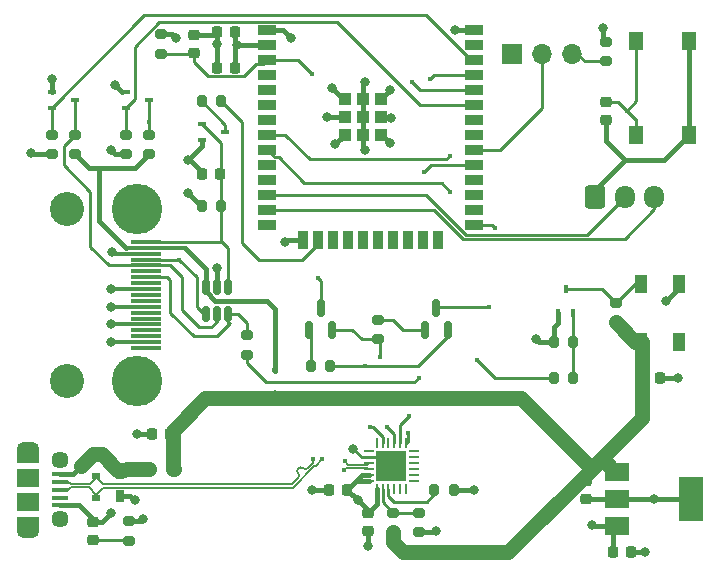
<source format=gbr>
%TF.GenerationSoftware,KiCad,Pcbnew,7.0.2*%
%TF.CreationDate,2023-05-30T18:58:33-07:00*%
%TF.ProjectId,TvMux,54764d75-782e-46b6-9963-61645f706362,rev?*%
%TF.SameCoordinates,Original*%
%TF.FileFunction,Copper,L1,Top*%
%TF.FilePolarity,Positive*%
%FSLAX46Y46*%
G04 Gerber Fmt 4.6, Leading zero omitted, Abs format (unit mm)*
G04 Created by KiCad (PCBNEW 7.0.2) date 2023-05-30 18:58:33*
%MOMM*%
%LPD*%
G01*
G04 APERTURE LIST*
G04 Aperture macros list*
%AMRoundRect*
0 Rectangle with rounded corners*
0 $1 Rounding radius*
0 $2 $3 $4 $5 $6 $7 $8 $9 X,Y pos of 4 corners*
0 Add a 4 corners polygon primitive as box body*
4,1,4,$2,$3,$4,$5,$6,$7,$8,$9,$2,$3,0*
0 Add four circle primitives for the rounded corners*
1,1,$1+$1,$2,$3*
1,1,$1+$1,$4,$5*
1,1,$1+$1,$6,$7*
1,1,$1+$1,$8,$9*
0 Add four rect primitives between the rounded corners*
20,1,$1+$1,$2,$3,$4,$5,0*
20,1,$1+$1,$4,$5,$6,$7,0*
20,1,$1+$1,$6,$7,$8,$9,0*
20,1,$1+$1,$8,$9,$2,$3,0*%
G04 Aperture macros list end*
%TA.AperFunction,SMDPad,CuDef*%
%ADD10R,0.700000X1.000000*%
%TD*%
%TA.AperFunction,SMDPad,CuDef*%
%ADD11R,0.700000X0.600000*%
%TD*%
%TA.AperFunction,SMDPad,CuDef*%
%ADD12RoundRect,0.150000X0.150000X-0.587500X0.150000X0.587500X-0.150000X0.587500X-0.150000X-0.587500X0*%
%TD*%
%TA.AperFunction,SMDPad,CuDef*%
%ADD13RoundRect,0.200000X0.275000X-0.200000X0.275000X0.200000X-0.275000X0.200000X-0.275000X-0.200000X0*%
%TD*%
%TA.AperFunction,SMDPad,CuDef*%
%ADD14R,1.500000X0.900000*%
%TD*%
%TA.AperFunction,SMDPad,CuDef*%
%ADD15R,0.900000X1.500000*%
%TD*%
%TA.AperFunction,SMDPad,CuDef*%
%ADD16R,1.050000X1.050000*%
%TD*%
%TA.AperFunction,SMDPad,CuDef*%
%ADD17RoundRect,0.200000X-0.275000X0.200000X-0.275000X-0.200000X0.275000X-0.200000X0.275000X0.200000X0*%
%TD*%
%TA.AperFunction,SMDPad,CuDef*%
%ADD18RoundRect,0.225000X0.225000X0.250000X-0.225000X0.250000X-0.225000X-0.250000X0.225000X-0.250000X0*%
%TD*%
%TA.AperFunction,SMDPad,CuDef*%
%ADD19RoundRect,0.150000X-0.150000X0.512500X-0.150000X-0.512500X0.150000X-0.512500X0.150000X0.512500X0*%
%TD*%
%TA.AperFunction,SMDPad,CuDef*%
%ADD20R,2.600000X0.300000*%
%TD*%
%TA.AperFunction,ComponentPad*%
%ADD21C,4.275000*%
%TD*%
%TA.AperFunction,ComponentPad*%
%ADD22C,2.880000*%
%TD*%
%TA.AperFunction,SMDPad,CuDef*%
%ADD23R,1.000000X1.500000*%
%TD*%
%TA.AperFunction,SMDPad,CuDef*%
%ADD24RoundRect,0.225000X0.250000X-0.225000X0.250000X0.225000X-0.250000X0.225000X-0.250000X-0.225000X0*%
%TD*%
%TA.AperFunction,SMDPad,CuDef*%
%ADD25RoundRect,0.200000X0.200000X0.275000X-0.200000X0.275000X-0.200000X-0.275000X0.200000X-0.275000X0*%
%TD*%
%TA.AperFunction,SMDPad,CuDef*%
%ADD26RoundRect,0.225000X-0.250000X0.225000X-0.250000X-0.225000X0.250000X-0.225000X0.250000X0.225000X0*%
%TD*%
%TA.AperFunction,SMDPad,CuDef*%
%ADD27R,0.700000X0.450000*%
%TD*%
%TA.AperFunction,SMDPad,CuDef*%
%ADD28RoundRect,0.200000X-0.200000X-0.275000X0.200000X-0.275000X0.200000X0.275000X-0.200000X0.275000X0*%
%TD*%
%TA.AperFunction,SMDPad,CuDef*%
%ADD29RoundRect,0.112500X0.187500X0.112500X-0.187500X0.112500X-0.187500X-0.112500X0.187500X-0.112500X0*%
%TD*%
%TA.AperFunction,ComponentPad*%
%ADD30R,1.700000X1.700000*%
%TD*%
%TA.AperFunction,ComponentPad*%
%ADD31O,1.700000X1.700000*%
%TD*%
%TA.AperFunction,SMDPad,CuDef*%
%ADD32RoundRect,0.062500X-0.350000X-0.062500X0.350000X-0.062500X0.350000X0.062500X-0.350000X0.062500X0*%
%TD*%
%TA.AperFunction,SMDPad,CuDef*%
%ADD33RoundRect,0.062500X-0.062500X-0.350000X0.062500X-0.350000X0.062500X0.350000X-0.062500X0.350000X0*%
%TD*%
%TA.AperFunction,SMDPad,CuDef*%
%ADD34R,2.600000X2.600000*%
%TD*%
%TA.AperFunction,SMDPad,CuDef*%
%ADD35RoundRect,0.225000X-0.225000X-0.250000X0.225000X-0.250000X0.225000X0.250000X-0.225000X0.250000X0*%
%TD*%
%TA.AperFunction,ComponentPad*%
%ADD36RoundRect,0.250000X-0.600000X-0.725000X0.600000X-0.725000X0.600000X0.725000X-0.600000X0.725000X0*%
%TD*%
%TA.AperFunction,ComponentPad*%
%ADD37O,1.700000X1.950000*%
%TD*%
%TA.AperFunction,SMDPad,CuDef*%
%ADD38R,2.000000X1.500000*%
%TD*%
%TA.AperFunction,SMDPad,CuDef*%
%ADD39R,2.000000X3.800000*%
%TD*%
%TA.AperFunction,SMDPad,CuDef*%
%ADD40R,1.350000X0.400000*%
%TD*%
%TA.AperFunction,ComponentPad*%
%ADD41O,1.900000X1.200000*%
%TD*%
%TA.AperFunction,SMDPad,CuDef*%
%ADD42R,1.900000X1.200000*%
%TD*%
%TA.AperFunction,ComponentPad*%
%ADD43C,1.450000*%
%TD*%
%TA.AperFunction,SMDPad,CuDef*%
%ADD44R,1.900000X1.500000*%
%TD*%
%TA.AperFunction,SMDPad,CuDef*%
%ADD45R,0.450000X0.700000*%
%TD*%
%TA.AperFunction,SMDPad,CuDef*%
%ADD46R,1.300000X1.550000*%
%TD*%
%TA.AperFunction,SMDPad,CuDef*%
%ADD47RoundRect,0.112500X-0.112500X0.187500X-0.112500X-0.187500X0.112500X-0.187500X0.112500X0.187500X0*%
%TD*%
%TA.AperFunction,SMDPad,CuDef*%
%ADD48RoundRect,0.218750X-0.256250X0.218750X-0.256250X-0.218750X0.256250X-0.218750X0.256250X0.218750X0*%
%TD*%
%TA.AperFunction,ViaPad*%
%ADD49C,0.800000*%
%TD*%
%TA.AperFunction,ViaPad*%
%ADD50C,0.450000*%
%TD*%
%TA.AperFunction,Conductor*%
%ADD51C,0.175006*%
%TD*%
%TA.AperFunction,Conductor*%
%ADD52C,0.400000*%
%TD*%
%TA.AperFunction,Conductor*%
%ADD53C,0.300000*%
%TD*%
%TA.AperFunction,Conductor*%
%ADD54C,0.250000*%
%TD*%
%TA.AperFunction,Conductor*%
%ADD55C,1.270000*%
%TD*%
G04 APERTURE END LIST*
D10*
%TO.P,D4,1,A*%
%TO.N,GND*%
X124250000Y-102000000D03*
D11*
%TO.P,D4,2,K*%
%TO.N,USB_VBUS*%
X124250000Y-100300000D03*
%TO.P,D4,3,K*%
%TO.N,USB_N*%
X122250000Y-100300000D03*
%TO.P,D4,4,K*%
%TO.N,USB_P*%
X122250000Y-102200000D03*
%TD*%
D12*
%TO.P,Q5,1,B*%
%TO.N,Net-(Q5-B)*%
X140300000Y-87937500D03*
%TO.P,Q5,2,E*%
%TO.N,Net-(Q5-E)*%
X142200000Y-87937500D03*
%TO.P,Q5,3,C*%
%TO.N,CHIP_PU*%
X141250000Y-86062500D03*
%TD*%
D13*
%TO.P,R10,1*%
%TO.N,Net-(Q5-E)*%
X146150000Y-88762500D03*
%TO.P,R10,2*%
%TO.N,Net-(Q6-B)*%
X146150000Y-87112500D03*
%TD*%
D14*
%TO.P,U1,1,GND*%
%TO.N,GND*%
X136750000Y-62590000D03*
%TO.P,U1,2,3V3*%
%TO.N,3V3*%
X136750000Y-63860000D03*
%TO.P,U1,3,EN/CHIP_PU*%
%TO.N,CHIP_PU*%
X136750000Y-65130000D03*
%TO.P,U1,4,SENSOR_VP/GPIO36/ADC1_CH0*%
%TO.N,unconnected-(U1-SENSOR_VP{slash}GPIO36{slash}ADC1_CH0-Pad4)*%
X136750000Y-66400000D03*
%TO.P,U1,5,SENSOR_VN/GPIO39/ADC1_CH3*%
%TO.N,unconnected-(U1-SENSOR_VN{slash}GPIO39{slash}ADC1_CH3-Pad5)*%
X136750000Y-67670000D03*
%TO.P,U1,6,GPIO34/ADC1_CH6*%
%TO.N,unconnected-(U1-GPIO34{slash}ADC1_CH6-Pad6)*%
X136750000Y-68940000D03*
%TO.P,U1,7,GPIO35/ADC1_CH7*%
%TO.N,unconnected-(U1-GPIO35{slash}ADC1_CH7-Pad7)*%
X136750000Y-70210000D03*
%TO.P,U1,8,32K_XP/GPIO32/ADC1_CH4*%
%TO.N,WII_PAIR*%
X136750000Y-71480000D03*
%TO.P,U1,9,32K_XN/GPIO33/ADC1_CH5*%
%TO.N,RGB*%
X136750000Y-72750000D03*
%TO.P,U1,10,DAC_1/ADC2_CH8/GPIO25*%
%TO.N,unconnected-(U1-DAC_1{slash}ADC2_CH8{slash}GPIO25-Pad10)*%
X136750000Y-74020000D03*
%TO.P,U1,11,DAC_2/ADC2_CH9/GPIO26*%
%TO.N,unconnected-(U1-DAC_2{slash}ADC2_CH9{slash}GPIO26-Pad11)*%
X136750000Y-75290000D03*
%TO.P,U1,12,ADC2_CH7/GPIO27*%
%TO.N,WII_RX*%
X136750000Y-76560000D03*
%TO.P,U1,13,MTMS/GPIO14/ADC2_CH6*%
%TO.N,WII_TX*%
X136750000Y-77830000D03*
%TO.P,U1,14,MTDI/GPIO12/ADC2_CH5*%
%TO.N,unconnected-(U1-MTDI{slash}GPIO12{slash}ADC2_CH5-Pad14)*%
X136750000Y-79100000D03*
D15*
%TO.P,U1,15,GND*%
%TO.N,GND*%
X139780000Y-80350000D03*
%TO.P,U1,16,MTCK/GPIO13/ADC2_CH4*%
%TO.N,HOT_PLUG_DETECT*%
X141050000Y-80350000D03*
%TO.P,U1,17,NC*%
%TO.N,unconnected-(U1-NC-Pad17)*%
X142320000Y-80350000D03*
%TO.P,U1,18,NC*%
%TO.N,unconnected-(U1-NC-Pad18)*%
X143590000Y-80350000D03*
%TO.P,U1,19,NC*%
%TO.N,unconnected-(U1-NC-Pad19)*%
X144860000Y-80350000D03*
%TO.P,U1,20,NC*%
%TO.N,unconnected-(U1-NC-Pad20)*%
X146130000Y-80350000D03*
%TO.P,U1,21,NC*%
%TO.N,unconnected-(U1-NC-Pad21)*%
X147400000Y-80350000D03*
%TO.P,U1,22,NC*%
%TO.N,unconnected-(U1-NC-Pad22)*%
X148670000Y-80350000D03*
%TO.P,U1,23,MTDO/GPIO15/ADC2_CH3*%
%TO.N,unconnected-(U1-MTDO{slash}GPIO15{slash}ADC2_CH3-Pad23)*%
X149940000Y-80350000D03*
%TO.P,U1,24,ADC2_CH2/GPIO2*%
%TO.N,unconnected-(U1-ADC2_CH2{slash}GPIO2-Pad24)*%
X151210000Y-80350000D03*
D14*
%TO.P,U1,25,GPIO0/BOOT/ADC2_CH1*%
%TO.N,BOOT*%
X154250000Y-79100000D03*
%TO.P,U1,26,ADC2_CH0/GPIO4*%
%TO.N,unconnected-(U1-ADC2_CH0{slash}GPIO4-Pad26)*%
X154250000Y-77830000D03*
%TO.P,U1,27,GPIO16*%
%TO.N,unconnected-(U1-GPIO16-Pad27)*%
X154250000Y-76560000D03*
%TO.P,U1,28,GPIO17*%
%TO.N,unconnected-(U1-GPIO17-Pad28)*%
X154250000Y-75290000D03*
%TO.P,U1,29,GPIO5*%
%TO.N,Net-(U1-GPIO5)*%
X154250000Y-74020000D03*
%TO.P,U1,30,GPIO18*%
%TO.N,Net-(J1-Pin_2)*%
X154250000Y-72750000D03*
%TO.P,U1,31,GPIO19*%
%TO.N,unconnected-(U1-GPIO19-Pad31)*%
X154250000Y-71480000D03*
%TO.P,U1,32,NC*%
%TO.N,unconnected-(U1-NC-Pad32)*%
X154250000Y-70210000D03*
%TO.P,U1,33,GPIO21*%
%TO.N,DDC_SDA*%
X154250000Y-68940000D03*
%TO.P,U1,34,U0RXD/GPIO3*%
%TO.N,U0_RXD*%
X154250000Y-67670000D03*
%TO.P,U1,35,U0TXD/GPIO1*%
%TO.N,U0_TXD*%
X154250000Y-66400000D03*
%TO.P,U1,36,GPIO22*%
%TO.N,DDC_SCL*%
X154250000Y-65130000D03*
%TO.P,U1,37,GPIO23*%
%TO.N,unconnected-(U1-GPIO23-Pad37)*%
X154250000Y-63860000D03*
%TO.P,U1,38,GND*%
%TO.N,GND*%
X154250000Y-62590000D03*
D16*
%TO.P,U1,39,GND_THERMAL*%
X143295000Y-68405000D03*
X143295000Y-69930000D03*
X143295000Y-71455000D03*
X144820000Y-68405000D03*
X144820000Y-69930000D03*
X144820000Y-71455000D03*
X146345000Y-68405000D03*
X146345000Y-69930000D03*
X146345000Y-71455000D03*
%TD*%
D17*
%TO.P,R1,1*%
%TO.N,3V3*%
X127750000Y-62925000D03*
%TO.P,R1,2*%
%TO.N,CHIP_PU*%
X127750000Y-64575000D03*
%TD*%
D18*
%TO.P,C2,1*%
%TO.N,3V3*%
X134025000Y-62750000D03*
%TO.P,C2,2*%
%TO.N,GND*%
X132475000Y-62750000D03*
%TD*%
D19*
%TO.P,D1,1,K*%
%TO.N,HDMI_HOT_PLUG_DETECT*%
X133450000Y-84362500D03*
%TO.P,D1,2,A*%
%TO.N,GND*%
X132500000Y-84362500D03*
%TO.P,D1,3,K*%
%TO.N,HDMI_5V*%
X131550000Y-84362500D03*
%TO.P,D1,4,K*%
%TO.N,HDMI_DDC_SDA*%
X131550000Y-86637500D03*
%TO.P,D1,5,K*%
%TO.N,HDMI_DDC_SCL*%
X132500000Y-86637500D03*
%TO.P,D1,6,K*%
%TO.N,HDMI_CEC*%
X133450000Y-86637500D03*
%TD*%
D20*
%TO.P,J3,1,D2+*%
%TO.N,unconnected-(J3-D2+-Pad1)*%
X126485000Y-89500000D03*
%TO.P,J3,2,D2S*%
%TO.N,GND*%
X126485000Y-89000000D03*
%TO.P,J3,3,D2-*%
%TO.N,unconnected-(J3-D2--Pad3)*%
X126485000Y-88500000D03*
%TO.P,J3,4,D1+*%
%TO.N,unconnected-(J3-D1+-Pad4)*%
X126485000Y-88000000D03*
%TO.P,J3,5,D1S*%
%TO.N,GND*%
X126485000Y-87500000D03*
%TO.P,J3,6,D1-*%
%TO.N,unconnected-(J3-D1--Pad6)*%
X126485000Y-87000000D03*
%TO.P,J3,7,D0+*%
%TO.N,unconnected-(J3-D0+-Pad7)*%
X126485000Y-86500000D03*
%TO.P,J3,8,D0S*%
%TO.N,GND*%
X126485000Y-86000000D03*
%TO.P,J3,9,D0-*%
%TO.N,unconnected-(J3-D0--Pad9)*%
X126485000Y-85500000D03*
%TO.P,J3,10,CK+*%
%TO.N,unconnected-(J3-CK+-Pad10)*%
X126485000Y-85000000D03*
%TO.P,J3,11,CKS*%
%TO.N,GND*%
X126485000Y-84500000D03*
%TO.P,J3,12,CK-*%
%TO.N,unconnected-(J3-CK--Pad12)*%
X126485000Y-84000000D03*
%TO.P,J3,13,CEC*%
%TO.N,HDMI_CEC*%
X126485000Y-83500000D03*
%TO.P,J3,14,UTILITY*%
%TO.N,unconnected-(J3-UTILITY-Pad14)*%
X126485000Y-83000000D03*
%TO.P,J3,15,SCL*%
%TO.N,HDMI_DDC_SCL*%
X126485000Y-82500000D03*
%TO.P,J3,16,SDA*%
%TO.N,HDMI_DDC_SDA*%
X126485000Y-82000000D03*
%TO.P,J3,17,GND*%
%TO.N,GND*%
X126485000Y-81500000D03*
%TO.P,J3,18,+5V*%
%TO.N,HDMI_5V*%
X126485000Y-81000000D03*
%TO.P,J3,19,HPD*%
%TO.N,HDMI_HOT_PLUG_DETECT*%
X126485000Y-80500000D03*
D21*
%TO.P,J3,MH1*%
%TO.N,N/C*%
X125725000Y-77750000D03*
%TO.P,J3,MH2*%
X125725000Y-92250000D03*
D22*
%TO.P,J3,MH3*%
X119765000Y-77750000D03*
%TO.P,J3,MH4*%
X119765000Y-92250000D03*
%TD*%
D18*
%TO.P,C3,1*%
%TO.N,3V3*%
X134025000Y-65750000D03*
%TO.P,C3,2*%
%TO.N,GND*%
X132475000Y-65750000D03*
%TD*%
D23*
%TO.P,D2,1,VSS*%
%TO.N,GND*%
X171600000Y-84050000D03*
%TO.P,D2,2,DIN*%
%TO.N,Net-(D2-DIN)*%
X168400000Y-84050000D03*
%TO.P,D2,3,VDD*%
%TO.N,VBUS*%
X168400000Y-88950000D03*
%TO.P,D2,4,DOUT*%
%TO.N,unconnected-(D2-DOUT-Pad4)*%
X171600000Y-88950000D03*
%TD*%
D24*
%TO.P,C1,1*%
%TO.N,CHIP_PU*%
X130500000Y-64525000D03*
%TO.P,C1,2*%
%TO.N,GND*%
X130500000Y-62975000D03*
%TD*%
%TO.P,C8,1*%
%TO.N,GND*%
X163750000Y-102275000D03*
%TO.P,C8,2*%
%TO.N,VBUS*%
X163750000Y-100725000D03*
%TD*%
D17*
%TO.P,R7,1*%
%TO.N,HDMI_DDC_SDA*%
X126750000Y-71425000D03*
%TO.P,R7,2*%
%TO.N,HDMI_5V*%
X126750000Y-73075000D03*
%TD*%
D18*
%TO.P,C6,1*%
%TO.N,GND*%
X170000000Y-92000000D03*
%TO.P,C6,2*%
%TO.N,VBUS*%
X168450000Y-92000000D03*
%TD*%
D17*
%TO.P,R2,1*%
%TO.N,3V3*%
X165400000Y-63575000D03*
%TO.P,R2,2*%
%TO.N,Net-(J1-Pin_3)*%
X165400000Y-65225000D03*
%TD*%
D25*
%TO.P,R3,1*%
%TO.N,HOT_PLUG_DETECT*%
X132825000Y-68600000D03*
%TO.P,R3,2*%
%TO.N,Net-(Q3-D)*%
X131175000Y-68600000D03*
%TD*%
D26*
%TO.P,C4,1*%
%TO.N,WII_PAIR*%
X165400000Y-68625000D03*
%TO.P,C4,2*%
%TO.N,GND*%
X165400000Y-70175000D03*
%TD*%
D27*
%TO.P,Q2,1,G*%
%TO.N,3V3*%
X124750000Y-67850000D03*
%TO.P,Q2,2,S*%
%TO.N,DDC_SDA*%
X124750000Y-69150000D03*
%TO.P,Q2,3,D*%
%TO.N,HDMI_DDC_SDA*%
X126750000Y-68500000D03*
%TD*%
D13*
%TO.P,R18,1*%
%TO.N,Net-(D6-A)*%
X125000000Y-105825000D03*
%TO.P,R18,2*%
%TO.N,3V3*%
X125000000Y-104175000D03*
%TD*%
D25*
%TO.P,R11,1*%
%TO.N,Net-(Q4-S)*%
X162650000Y-89000000D03*
%TO.P,R11,2*%
%TO.N,3V3*%
X161000000Y-89000000D03*
%TD*%
D28*
%TO.P,R13,1*%
%TO.N,RGB*%
X161000000Y-92000000D03*
%TO.P,R13,2*%
%TO.N,Net-(Q4-S)*%
X162650000Y-92000000D03*
%TD*%
D29*
%TO.P,D5,1,K*%
%TO.N,VBUS*%
X128800000Y-99750000D03*
%TO.P,D5,2,A*%
%TO.N,USB_VBUS*%
X126700000Y-99750000D03*
%TD*%
D27*
%TO.P,Q1,1,G*%
%TO.N,3V3*%
X118500000Y-67850000D03*
%TO.P,Q1,2,S*%
%TO.N,DDC_SCL*%
X118500000Y-69150000D03*
%TO.P,Q1,3,D*%
%TO.N,HDMI_DDC_SCL*%
X120500000Y-68500000D03*
%TD*%
D30*
%TO.P,J1,1,Pin_1*%
%TO.N,GND*%
X157460000Y-64600000D03*
D31*
%TO.P,J1,2,Pin_2*%
%TO.N,Net-(J1-Pin_2)*%
X160000000Y-64600000D03*
%TO.P,J1,3,Pin_3*%
%TO.N,Net-(J1-Pin_3)*%
X162540000Y-64600000D03*
%TD*%
D32*
%TO.P,U2,1,~{RI}/CLK*%
%TO.N,unconnected-(U2-~{RI}{slash}CLK-Pad1)*%
X145312500Y-98250000D03*
%TO.P,U2,2,GND*%
%TO.N,GND*%
X145312500Y-98750000D03*
%TO.P,U2,3,D+*%
%TO.N,USB_P*%
X145312500Y-99250000D03*
%TO.P,U2,4,D-*%
%TO.N,USB_N*%
X145312500Y-99750000D03*
%TO.P,U2,5,VIO*%
%TO.N,3V3*%
X145312500Y-100250000D03*
%TO.P,U2,6,VDD*%
X145312500Y-100750000D03*
D33*
%TO.P,U2,7,VREGIN*%
X146000000Y-101437500D03*
%TO.P,U2,8,VBUS*%
%TO.N,Net-(U2-VBUS)*%
X146500000Y-101437500D03*
%TO.P,U2,9,~{RST}*%
%TO.N,Net-(U2-~{RST})*%
X147000000Y-101437500D03*
%TO.P,U2,10,NC*%
%TO.N,unconnected-(U2-NC-Pad10)*%
X147500000Y-101437500D03*
%TO.P,U2,11,~{WAKEUP}/GPIO.3*%
%TO.N,unconnected-(U2-~{WAKEUP}{slash}GPIO.3-Pad11)*%
X148000000Y-101437500D03*
%TO.P,U2,12,RS485/GPIO.2*%
%TO.N,unconnected-(U2-RS485{slash}GPIO.2-Pad12)*%
X148500000Y-101437500D03*
D32*
%TO.P,U2,13,~{RXT}/GPIO.1*%
%TO.N,unconnected-(U2-~{RXT}{slash}GPIO.1-Pad13)*%
X149187500Y-100750000D03*
%TO.P,U2,14,~{TXT}/GPIO.0*%
%TO.N,unconnected-(U2-~{TXT}{slash}GPIO.0-Pad14)*%
X149187500Y-100250000D03*
%TO.P,U2,15,~{SUSPEND}*%
%TO.N,unconnected-(U2-~{SUSPEND}-Pad15)*%
X149187500Y-99750000D03*
%TO.P,U2,16,NC*%
%TO.N,unconnected-(U2-NC-Pad16)*%
X149187500Y-99250000D03*
%TO.P,U2,17,SUSPEND*%
%TO.N,unconnected-(U2-SUSPEND-Pad17)*%
X149187500Y-98750000D03*
%TO.P,U2,18,~{CTS}*%
%TO.N,unconnected-(U2-~{CTS}-Pad18)*%
X149187500Y-98250000D03*
D33*
%TO.P,U2,19,~{RTS}*%
%TO.N,Net-(Q5-E)*%
X148500000Y-97562500D03*
%TO.P,U2,20,RXD*%
%TO.N,U0_TXD*%
X148000000Y-97562500D03*
%TO.P,U2,21,TXD*%
%TO.N,U0_RXD*%
X147500000Y-97562500D03*
%TO.P,U2,22,~{DSR}*%
%TO.N,unconnected-(U2-~{DSR}-Pad22)*%
X147000000Y-97562500D03*
%TO.P,U2,23,~{DTR}*%
%TO.N,Net-(Q6-E)*%
X146500000Y-97562500D03*
%TO.P,U2,24,~{DCD}*%
%TO.N,unconnected-(U2-~{DCD}-Pad24)*%
X146000000Y-97562500D03*
D34*
%TO.P,U2,25,GND*%
%TO.N,GND*%
X147250000Y-99500000D03*
%TD*%
D18*
%TO.P,C11,1*%
%TO.N,GND*%
X167525000Y-106750000D03*
%TO.P,C11,2*%
%TO.N,3V3*%
X165975000Y-106750000D03*
%TD*%
%TO.P,C7,1*%
%TO.N,VBUS*%
X128525000Y-96750000D03*
%TO.P,C7,2*%
%TO.N,GND*%
X126975000Y-96750000D03*
%TD*%
D17*
%TO.P,R5,1*%
%TO.N,HDMI_DDC_SCL*%
X120500000Y-71425000D03*
%TO.P,R5,2*%
%TO.N,HDMI_5V*%
X120500000Y-73075000D03*
%TD*%
D35*
%TO.P,C5,1*%
%TO.N,GND*%
X131225000Y-74800000D03*
%TO.P,C5,2*%
%TO.N,HDMI_HOT_PLUG_DETECT*%
X132775000Y-74800000D03*
%TD*%
D36*
%TO.P,J2,1,Pin_1*%
%TO.N,GND*%
X164500000Y-76725000D03*
D37*
%TO.P,J2,2,Pin_2*%
%TO.N,WII_RX*%
X167000000Y-76725000D03*
%TO.P,J2,3,Pin_3*%
%TO.N,WII_TX*%
X169500000Y-76725000D03*
%TD*%
D17*
%TO.P,R4,1*%
%TO.N,DDC_SCL*%
X118500000Y-71425000D03*
%TO.P,R4,2*%
%TO.N,3V3*%
X118500000Y-73075000D03*
%TD*%
D25*
%TO.P,R14,1*%
%TO.N,Net-(Q6-E)*%
X142075000Y-91000000D03*
%TO.P,R14,2*%
%TO.N,Net-(Q5-B)*%
X140425000Y-91000000D03*
%TD*%
D26*
%TO.P,C10,1*%
%TO.N,3V3*%
X145250000Y-103475000D03*
%TO.P,C10,2*%
%TO.N,GND*%
X145250000Y-105025000D03*
%TD*%
D27*
%TO.P,Q3,1,G*%
%TO.N,HDMI_HOT_PLUG_DETECT*%
X131200000Y-70550000D03*
%TO.P,Q3,2,S*%
%TO.N,GND*%
X131200000Y-71850000D03*
%TO.P,Q3,3,D*%
%TO.N,Net-(Q3-D)*%
X133200000Y-71200000D03*
%TD*%
D12*
%TO.P,Q6,1,B*%
%TO.N,Net-(Q6-B)*%
X150100000Y-87937500D03*
%TO.P,Q6,2,E*%
%TO.N,Net-(Q6-E)*%
X152000000Y-87937500D03*
%TO.P,Q6,3,C*%
%TO.N,BOOT*%
X151050000Y-86062500D03*
%TD*%
D38*
%TO.P,U3,1,VI*%
%TO.N,VBUS*%
X166350000Y-99950000D03*
%TO.P,U3,2,GND*%
%TO.N,GND*%
X166350000Y-102250000D03*
D39*
X172650000Y-102250000D03*
D38*
%TO.P,U3,3,VO*%
%TO.N,3V3*%
X166350000Y-104550000D03*
%TD*%
D17*
%TO.P,R9,1*%
%TO.N,Net-(D2-DIN)*%
X166250000Y-85675000D03*
%TO.P,R9,2*%
%TO.N,VBUS*%
X166250000Y-87325000D03*
%TD*%
D40*
%TO.P,J4,1,VBUS*%
%TO.N,USB_VBUS*%
X119212500Y-100200000D03*
%TO.P,J4,2,D-*%
%TO.N,USB_N*%
X119212500Y-100850000D03*
%TO.P,J4,3,D+*%
%TO.N,USB_P*%
X119212500Y-101500000D03*
%TO.P,J4,4,ID*%
%TO.N,unconnected-(J4-ID-Pad4)*%
X119212500Y-102150000D03*
%TO.P,J4,5,GND*%
%TO.N,GND*%
X119212500Y-102800000D03*
D41*
%TO.P,J4,6,Shield*%
%TO.N,unconnected-(J4-Shield-Pad6)*%
X116512500Y-98000000D03*
D42*
X116512500Y-98600000D03*
D43*
X119212500Y-99000000D03*
D44*
X116512500Y-100500000D03*
X116512500Y-102500000D03*
D43*
X119212500Y-104000000D03*
D42*
X116512500Y-104400000D03*
D41*
X116512500Y-105000000D03*
%TD*%
D13*
%TO.P,R12,1*%
%TO.N,Net-(U1-GPIO5)*%
X135000000Y-90050000D03*
%TO.P,R12,2*%
%TO.N,HDMI_CEC*%
X135000000Y-88400000D03*
%TD*%
D45*
%TO.P,Q4,1,G*%
%TO.N,3V3*%
X161350000Y-86500000D03*
%TO.P,Q4,2,S*%
%TO.N,Net-(Q4-S)*%
X162650000Y-86500000D03*
%TO.P,Q4,3,D*%
%TO.N,Net-(D2-DIN)*%
X162000000Y-84500000D03*
%TD*%
D46*
%TO.P,SW1,1,1*%
%TO.N,GND*%
X172450000Y-63525000D03*
X172450000Y-71475000D03*
%TO.P,SW1,2,2*%
%TO.N,WII_PAIR*%
X167950000Y-63525000D03*
X167950000Y-71475000D03*
%TD*%
D18*
%TO.P,C9,1*%
%TO.N,3V3*%
X143525000Y-101500000D03*
%TO.P,C9,2*%
%TO.N,GND*%
X141975000Y-101500000D03*
%TD*%
D47*
%TO.P,D3,1,K*%
%TO.N,HDMI_5V*%
X137400000Y-91315000D03*
%TO.P,D3,2,A*%
%TO.N,VBUS*%
X137400000Y-93415000D03*
%TD*%
D13*
%TO.P,R16,1*%
%TO.N,VBUS*%
X147425000Y-105075000D03*
%TO.P,R16,2*%
%TO.N,Net-(U2-VBUS)*%
X147425000Y-103425000D03*
%TD*%
%TO.P,R17,1*%
%TO.N,GND*%
X149600000Y-105075000D03*
%TO.P,R17,2*%
%TO.N,Net-(U2-VBUS)*%
X149600000Y-103425000D03*
%TD*%
D25*
%TO.P,R8,1*%
%TO.N,HDMI_HOT_PLUG_DETECT*%
X132825000Y-77500000D03*
%TO.P,R8,2*%
%TO.N,GND*%
X131175000Y-77500000D03*
%TD*%
D48*
%TO.P,D6,1,K*%
%TO.N,GND*%
X122000000Y-104212500D03*
%TO.P,D6,2,A*%
%TO.N,Net-(D6-A)*%
X122000000Y-105787500D03*
%TD*%
D17*
%TO.P,R6,1*%
%TO.N,DDC_SDA*%
X124750000Y-71425000D03*
%TO.P,R6,2*%
%TO.N,3V3*%
X124750000Y-73075000D03*
%TD*%
D25*
%TO.P,R15,1*%
%TO.N,3V3*%
X152525000Y-101550000D03*
%TO.P,R15,2*%
%TO.N,Net-(U2-~{RST})*%
X150875000Y-101550000D03*
%TD*%
D49*
%TO.N,3V3*%
X164250000Y-104500000D03*
X134190000Y-63860000D03*
X144387500Y-102362500D03*
X123875000Y-67250000D03*
X123500000Y-72750000D03*
X126250000Y-104000000D03*
X159500000Y-88750000D03*
X118500000Y-66750000D03*
X154250000Y-101500000D03*
X116750000Y-73000000D03*
X165200000Y-62400000D03*
X129000000Y-63250000D03*
%TO.N,GND*%
X140500000Y-101500000D03*
X142250000Y-67500000D03*
X123600000Y-81400000D03*
X170500000Y-85500000D03*
X168750000Y-106750000D03*
X123500000Y-87500000D03*
X145000000Y-72750000D03*
X169500000Y-102250000D03*
X144000000Y-98000000D03*
X138750000Y-63250000D03*
X151000000Y-105000000D03*
X145250000Y-106250000D03*
X123500000Y-84500000D03*
X138250000Y-80500000D03*
X145000000Y-67000000D03*
X171500000Y-92000000D03*
X147250000Y-70000000D03*
X142500000Y-72250000D03*
X132500000Y-82750000D03*
X147125000Y-67625000D03*
X125750000Y-96750000D03*
X123500000Y-89000000D03*
X147125000Y-72125000D03*
X125500000Y-102400000D03*
X130000000Y-76400000D03*
X141820000Y-69930000D03*
X132475000Y-63725000D03*
X130000000Y-73600000D03*
X152600000Y-62600000D03*
X123500000Y-103500000D03*
X123500000Y-86000000D03*
D50*
%TO.N,WII_PAIR*%
X167200000Y-69400000D03*
X152200000Y-73200000D03*
%TO.N,CHIP_PU*%
X140500000Y-66250000D03*
X141000000Y-83600000D03*
%TO.N,USB_N*%
X140605328Y-98915451D03*
X143216343Y-99791558D03*
%TO.N,USB_P*%
X141394728Y-98925768D03*
X143300000Y-99046497D03*
%TO.N,HDMI_DDC_SDA*%
X129250000Y-82000000D03*
X126750000Y-70375000D03*
%TO.N,BOOT*%
X155500000Y-86000000D03*
X156000000Y-79306500D03*
%TO.N,RGB*%
X154500000Y-90500000D03*
X152250000Y-76250000D03*
%TO.N,U0_TXD*%
X150500000Y-66750000D03*
X148750000Y-95250000D03*
%TO.N,U0_RXD*%
X146900000Y-96150000D03*
X149000000Y-67000000D03*
%TO.N,Net-(Q5-E)*%
X146250000Y-90250000D03*
X148650000Y-96650000D03*
%TO.N,Net-(Q6-E)*%
X145400000Y-96150000D03*
X145000000Y-91000000D03*
%TO.N,Net-(U1-GPIO5)*%
X149600000Y-92000000D03*
X150000000Y-74600000D03*
%TD*%
D51*
%TO.N,USB_P*%
X140721533Y-99481954D02*
X138890184Y-101313303D01*
X140839982Y-99481954D02*
X140721533Y-99481954D01*
X138890184Y-101313303D02*
X122836697Y-101313303D01*
X141394728Y-98927208D02*
X140839982Y-99481954D01*
X122836697Y-101313303D02*
X122250000Y-101900000D01*
X141394728Y-98925768D02*
X141394728Y-98927208D01*
%TO.N,USB_N*%
X122250000Y-100500000D02*
X122250000Y-100300000D01*
X120084994Y-101034994D02*
X121715006Y-101034994D01*
X119900000Y-100850000D02*
X120084994Y-101034994D01*
X119212500Y-100850000D02*
X119900000Y-100850000D01*
X121715006Y-101034994D02*
X122250000Y-100500000D01*
X122250000Y-100450000D02*
X122250000Y-100300000D01*
X138792014Y-101036697D02*
X122836697Y-101036697D01*
X139348725Y-100479983D02*
X138792014Y-101036697D01*
X139348726Y-100479983D02*
X139348725Y-100479983D01*
X139348724Y-100088617D02*
X139348725Y-100088618D01*
X139381624Y-99664354D02*
X139348725Y-99697252D01*
X139381624Y-99664353D02*
X139381624Y-99664354D01*
X139772990Y-99664355D02*
X139772989Y-99664354D01*
X139348725Y-100479982D02*
G75*
G03*
X139348725Y-100088618I-195725J195682D01*
G01*
X140605328Y-98915451D02*
X140605328Y-99223383D01*
X139348690Y-99697217D02*
G75*
G03*
X139348724Y-100088617I195710J-195683D01*
G01*
X139772983Y-99664360D02*
G75*
G03*
X139381624Y-99664353I-195683J-195640D01*
G01*
X122836697Y-101036697D02*
X122250000Y-100450000D01*
X139772990Y-99664355D02*
G75*
G03*
X140164356Y-99664355I195683J195681D01*
G01*
X140605328Y-99223383D02*
X140164356Y-99664355D01*
%TO.N,USB_P*%
X120100000Y-101300000D02*
X121650000Y-101300000D01*
X119900000Y-101500000D02*
X120100000Y-101300000D01*
X122250000Y-101900000D02*
X122250000Y-102200000D01*
X119212500Y-101500000D02*
X119900000Y-101500000D01*
X121650000Y-101300000D02*
X122250000Y-101900000D01*
D52*
%TO.N,3V3*%
X118500000Y-73075000D02*
X116825000Y-73075000D01*
X166350000Y-104550000D02*
X164300000Y-104550000D01*
X145250000Y-103225000D02*
X144387500Y-102362500D01*
X134190000Y-63860000D02*
X134025000Y-64025000D01*
X165200000Y-62400000D02*
X165200000Y-63575000D01*
X159750000Y-89000000D02*
X159500000Y-88750000D01*
X124475000Y-67850000D02*
X123875000Y-67250000D01*
X128675000Y-62925000D02*
X129000000Y-63250000D01*
X161350000Y-86500000D02*
X161350000Y-87400000D01*
X144275000Y-100750000D02*
X143525000Y-101500000D01*
X123825000Y-73075000D02*
X123500000Y-72750000D01*
X134025000Y-62750000D02*
X134025000Y-64025000D01*
X161350000Y-87400000D02*
X161000000Y-87750000D01*
X126075000Y-104175000D02*
X126250000Y-104000000D01*
X136750000Y-63860000D02*
X134190000Y-63860000D01*
X127750000Y-62925000D02*
X128675000Y-62925000D01*
X146000000Y-102725000D02*
X145250000Y-103475000D01*
X125000000Y-104175000D02*
X126075000Y-104175000D01*
X161000000Y-87750000D02*
X161000000Y-89000000D01*
X146000000Y-101437500D02*
X146000000Y-102725000D01*
X154200000Y-101550000D02*
X154250000Y-101500000D01*
X116825000Y-73075000D02*
X116750000Y-73000000D01*
X161000000Y-89000000D02*
X159750000Y-89000000D01*
X118500000Y-67850000D02*
X118500000Y-66750000D01*
X164300000Y-104550000D02*
X164250000Y-104500000D01*
X134025000Y-64025000D02*
X134025000Y-65750000D01*
X145312500Y-100250000D02*
X144775000Y-100250000D01*
X145312500Y-100750000D02*
X144275000Y-100750000D01*
X124750000Y-73075000D02*
X123825000Y-73075000D01*
X165975000Y-106750000D02*
X165975000Y-104925000D01*
X143525000Y-101500000D02*
X144387500Y-102362500D01*
X152525000Y-101550000D02*
X154200000Y-101550000D01*
X144775000Y-100250000D02*
X143525000Y-101500000D01*
%TO.N,GND*%
X170000000Y-92000000D02*
X171500000Y-92000000D01*
X141975000Y-101500000D02*
X140500000Y-101500000D01*
X125100000Y-102000000D02*
X125500000Y-102400000D01*
X165400000Y-72000000D02*
X167000000Y-73600000D01*
X132475000Y-65750000D02*
X132475000Y-62750000D01*
D53*
X126235000Y-87500000D02*
X123500000Y-87500000D01*
D52*
X130500000Y-62975000D02*
X132250000Y-62975000D01*
X136750000Y-62590000D02*
X138090000Y-62590000D01*
X132500000Y-84250000D02*
X132500000Y-82750000D01*
X146345000Y-68405000D02*
X147125000Y-67625000D01*
D53*
X123700000Y-81500000D02*
X123600000Y-81400000D01*
D52*
X144820000Y-72570000D02*
X145000000Y-72750000D01*
X120800000Y-102800000D02*
X119212500Y-102800000D01*
X152610000Y-62590000D02*
X152600000Y-62600000D01*
X138090000Y-62590000D02*
X138750000Y-63250000D01*
D53*
X126235000Y-81500000D02*
X123700000Y-81500000D01*
X126235000Y-84500000D02*
X123500000Y-84500000D01*
D52*
X163750000Y-102275000D02*
X166325000Y-102275000D01*
X150925000Y-105075000D02*
X151000000Y-105000000D01*
X172450000Y-63525000D02*
X172450000Y-71475000D01*
X145250000Y-105025000D02*
X145250000Y-106250000D01*
D54*
X145312500Y-98750000D02*
X144750000Y-98750000D01*
D52*
X144820000Y-71455000D02*
X144820000Y-72570000D01*
X165400000Y-70175000D02*
X165400000Y-72000000D01*
X131225000Y-74625000D02*
X130200000Y-73600000D01*
X169500000Y-102250000D02*
X166350000Y-102250000D01*
X146455000Y-71455000D02*
X147125000Y-72125000D01*
X144820000Y-71455000D02*
X144820000Y-67180000D01*
X149600000Y-105075000D02*
X150925000Y-105075000D01*
D54*
X144750000Y-98750000D02*
X144000000Y-98000000D01*
D52*
X131200000Y-71850000D02*
X131200000Y-72400000D01*
X144820000Y-67180000D02*
X145000000Y-67000000D01*
D53*
X126235000Y-86000000D02*
X123500000Y-86000000D01*
D52*
X139780000Y-80350000D02*
X138400000Y-80350000D01*
X170325000Y-73600000D02*
X167000000Y-73600000D01*
X172650000Y-102250000D02*
X169500000Y-102250000D01*
X167000000Y-73600000D02*
X164500000Y-76100000D01*
X124250000Y-102000000D02*
X125100000Y-102000000D01*
X146345000Y-69930000D02*
X147180000Y-69930000D01*
X143295000Y-69930000D02*
X141820000Y-69930000D01*
X127000000Y-96750000D02*
X125750000Y-96750000D01*
X167500000Y-106750000D02*
X168750000Y-106750000D01*
X138400000Y-80350000D02*
X138250000Y-80500000D01*
X122000000Y-104000000D02*
X120800000Y-102800000D01*
X143295000Y-71455000D02*
X142500000Y-72250000D01*
X131100000Y-77500000D02*
X130000000Y-76400000D01*
D54*
X145312500Y-98750000D02*
X146500000Y-98750000D01*
D53*
X126235000Y-89000000D02*
X123500000Y-89000000D01*
D52*
X147180000Y-69930000D02*
X147250000Y-70000000D01*
X122000000Y-104225000D02*
X122775000Y-104225000D01*
X122775000Y-104225000D02*
X123500000Y-103500000D01*
X154250000Y-62590000D02*
X152610000Y-62590000D01*
X171600000Y-84400000D02*
X170500000Y-85500000D01*
X131200000Y-72400000D02*
X130000000Y-73600000D01*
X143155000Y-68405000D02*
X142250000Y-67500000D01*
X172450000Y-71475000D02*
X170325000Y-73600000D01*
D54*
%TO.N,WII_PAIR*%
X168000000Y-64100000D02*
X168000000Y-68600000D01*
X167950000Y-70100000D02*
X167950000Y-71475000D01*
X140329000Y-73529000D02*
X138280000Y-71480000D01*
X167900000Y-70100000D02*
X167200000Y-69400000D01*
X138280000Y-71480000D02*
X136750000Y-71480000D01*
X151871000Y-73529000D02*
X140329000Y-73529000D01*
X165400000Y-68625000D02*
X166425000Y-68625000D01*
X166425000Y-68625000D02*
X167200000Y-69400000D01*
X167950000Y-70100000D02*
X167900000Y-70100000D01*
X152200000Y-73200000D02*
X151871000Y-73529000D01*
X168000000Y-68600000D02*
X167200000Y-69400000D01*
D55*
%TO.N,VBUS*%
X164200000Y-99700000D02*
X158250000Y-93750000D01*
X157150000Y-106750000D02*
X148250000Y-106750000D01*
X147425000Y-105925000D02*
X147425000Y-105075000D01*
X131500000Y-93750000D02*
X158250000Y-93750000D01*
X168450000Y-95450000D02*
X168450000Y-92000000D01*
X168450000Y-92000000D02*
X168450000Y-89000000D01*
X165075000Y-98825000D02*
X168450000Y-95450000D01*
X128800000Y-99750000D02*
X128750000Y-99700000D01*
X168400000Y-88950000D02*
X167875000Y-88950000D01*
X167875000Y-88950000D02*
X166250000Y-87325000D01*
X131500000Y-93750000D02*
X128750000Y-96500000D01*
X166200000Y-99950000D02*
X165075000Y-98825000D01*
X148250000Y-106750000D02*
X147425000Y-105925000D01*
X164200000Y-99700000D02*
X165075000Y-98825000D01*
X164200000Y-99700000D02*
X157150000Y-106750000D01*
X128750000Y-99700000D02*
X128750000Y-96525000D01*
X168450000Y-89000000D02*
X168400000Y-88950000D01*
D54*
%TO.N,Net-(D2-DIN)*%
X167875000Y-84050000D02*
X166250000Y-85675000D01*
X168400000Y-84050000D02*
X167875000Y-84050000D01*
X162000000Y-84500000D02*
X165075000Y-84500000D01*
X165075000Y-84500000D02*
X166250000Y-85675000D01*
%TO.N,CHIP_PU*%
X127750000Y-64575000D02*
X130450000Y-64575000D01*
X130500000Y-65250000D02*
X130500000Y-64525000D01*
X136440000Y-65440000D02*
X135810000Y-65440000D01*
X136750000Y-65130000D02*
X139380000Y-65130000D01*
X134750000Y-66500000D02*
X131750000Y-66500000D01*
X141000000Y-83600000D02*
X141250000Y-83850000D01*
X135810000Y-65440000D02*
X134750000Y-66500000D01*
X139380000Y-65130000D02*
X140500000Y-66250000D01*
X131750000Y-66500000D02*
X130500000Y-65250000D01*
X141250000Y-83850000D02*
X141250000Y-86062500D01*
D55*
%TO.N,USB_VBUS*%
X124050000Y-99800000D02*
X122750000Y-98500000D01*
X122000000Y-98500000D02*
X121000000Y-99500000D01*
X124600000Y-99800000D02*
X124050000Y-99800000D01*
X124850000Y-99750000D02*
X126700000Y-99750000D01*
D52*
X119212500Y-100200000D02*
X120300000Y-100200000D01*
D55*
X122750000Y-98500000D02*
X122000000Y-98500000D01*
D52*
X120300000Y-100200000D02*
X121000000Y-99500000D01*
D51*
%TO.N,USB_N*%
X145200803Y-99638303D02*
X145312500Y-99750000D01*
X143258442Y-99791558D02*
X143411697Y-99638303D01*
X143216343Y-99791558D02*
X143258442Y-99791558D01*
X143411697Y-99638303D02*
X145200803Y-99638303D01*
%TO.N,USB_P*%
X143300000Y-99046497D02*
X143300000Y-99074058D01*
X143300000Y-99074058D02*
X143587639Y-99361697D01*
X143587639Y-99361697D02*
X145200803Y-99361697D01*
X145200803Y-99361697D02*
X145312500Y-99250000D01*
D54*
%TO.N,HDMI_DDC_SCL*%
X129500000Y-83500000D02*
X128500000Y-82500000D01*
X131000000Y-87750000D02*
X129500000Y-86250000D01*
X120500000Y-71425000D02*
X120500000Y-68500000D01*
X132000000Y-87750000D02*
X131000000Y-87750000D01*
X121750000Y-76250000D02*
X119500000Y-74000000D01*
X132500000Y-86637500D02*
X132500000Y-87250000D01*
X132500000Y-87250000D02*
X132000000Y-87750000D01*
X123300000Y-82500000D02*
X121750000Y-80950000D01*
X119500000Y-74000000D02*
X119500000Y-72425000D01*
X129500000Y-86250000D02*
X129500000Y-83500000D01*
X119500000Y-72425000D02*
X120500000Y-71425000D01*
X128500000Y-82500000D02*
X123300000Y-82500000D01*
X121750000Y-80950000D02*
X121750000Y-76250000D01*
%TO.N,HDMI_DDC_SDA*%
X126750000Y-71425000D02*
X126750000Y-70375000D01*
X129250000Y-82000000D02*
X130750000Y-83500000D01*
X130750000Y-83500000D02*
X130750000Y-86000000D01*
X126750000Y-70375000D02*
X126750000Y-68500000D01*
X129250000Y-82000000D02*
X126235000Y-82000000D01*
X130750000Y-86000000D02*
X131387500Y-86637500D01*
D52*
%TO.N,HDMI_5V*%
X132352746Y-85500000D02*
X131550000Y-84697254D01*
X136700000Y-85500000D02*
X132352746Y-85500000D01*
X122500000Y-78750000D02*
X122500000Y-74250000D01*
X121675000Y-74250000D02*
X122750000Y-74250000D01*
X124750000Y-81000000D02*
X122500000Y-78750000D01*
X126750000Y-73075000D02*
X125575000Y-74250000D01*
X120500000Y-73075000D02*
X121675000Y-74250000D01*
X125575000Y-74250000D02*
X122500000Y-74250000D01*
X137400000Y-91400000D02*
X137400000Y-86200000D01*
X137400000Y-86200000D02*
X136700000Y-85500000D01*
D53*
X126235000Y-81000000D02*
X129750000Y-81000000D01*
D52*
X129750000Y-81000000D02*
X131550000Y-82800000D01*
D53*
X126235000Y-81000000D02*
X124750000Y-81000000D01*
D52*
X131550000Y-82800000D02*
X131550000Y-84362500D01*
D54*
%TO.N,HDMI_CEC*%
X133450000Y-86637500D02*
X133450000Y-87550000D01*
X130500000Y-88500000D02*
X128500000Y-86500000D01*
X133450000Y-87550000D02*
X133600000Y-87400000D01*
X128500000Y-83750000D02*
X128250000Y-83500000D01*
X128250000Y-83500000D02*
X126235000Y-83500000D01*
X135000000Y-87400000D02*
X135000000Y-88400000D01*
X134237500Y-86637500D02*
X135000000Y-87400000D01*
X133450000Y-86637500D02*
X134237500Y-86637500D01*
X133450000Y-87550000D02*
X132500000Y-88500000D01*
X132500000Y-88500000D02*
X130500000Y-88500000D01*
X128500000Y-86500000D02*
X128500000Y-83750000D01*
%TO.N,HDMI_HOT_PLUG_DETECT*%
X132825000Y-80425000D02*
X132900000Y-80500000D01*
X132900000Y-80500000D02*
X133450000Y-81050000D01*
X132800000Y-72150000D02*
X132800000Y-74775000D01*
X131200000Y-70550000D02*
X132800000Y-72150000D01*
X132825000Y-77500000D02*
X132825000Y-74850000D01*
X126235000Y-80500000D02*
X132900000Y-80500000D01*
X133450000Y-81050000D02*
X133450000Y-84362500D01*
X132825000Y-77500000D02*
X132825000Y-80425000D01*
%TO.N,WII_RX*%
X163815000Y-79910000D02*
X167000000Y-76725000D01*
X136750000Y-76560000D02*
X150195000Y-76560000D01*
X150195000Y-76560000D02*
X153545000Y-79910000D01*
X153545000Y-79910000D02*
X163815000Y-79910000D01*
%TO.N,WII_TX*%
X136750000Y-77830000D02*
X150869168Y-77830000D01*
X167000000Y-80250000D02*
X169500000Y-77750000D01*
X150869168Y-77830000D02*
X153289168Y-80250000D01*
X153289168Y-80250000D02*
X167000000Y-80250000D01*
X169500000Y-77750000D02*
X169500000Y-76725000D01*
%TO.N,Net-(D6-A)*%
X122000000Y-105775000D02*
X124950000Y-105775000D01*
%TO.N,Net-(J1-Pin_2)*%
X156450000Y-72750000D02*
X154250000Y-72750000D01*
X160000000Y-69200000D02*
X156450000Y-72750000D01*
X160000000Y-64600000D02*
X160000000Y-69200000D01*
%TO.N,BOOT*%
X155793500Y-79100000D02*
X154250000Y-79100000D01*
X156000000Y-79306500D02*
X155793500Y-79100000D01*
X155500000Y-86000000D02*
X151112500Y-86000000D01*
%TO.N,Net-(J1-Pin_3)*%
X163000000Y-64600000D02*
X163625000Y-65225000D01*
X163625000Y-65225000D02*
X165400000Y-65225000D01*
%TO.N,DDC_SCL*%
X126325000Y-61325000D02*
X118500000Y-69150000D01*
X150145000Y-61325000D02*
X126325000Y-61325000D01*
X118500000Y-71425000D02*
X118500000Y-69150000D01*
X153950000Y-65130000D02*
X150145000Y-61325000D01*
%TO.N,DDC_SDA*%
X142675000Y-61925000D02*
X127575000Y-61925000D01*
X149690000Y-68940000D02*
X142675000Y-61925000D01*
X124750000Y-71425000D02*
X124750000Y-69150000D01*
X154250000Y-68940000D02*
X149690000Y-68940000D01*
X127575000Y-61925000D02*
X125500000Y-64000000D01*
X125500000Y-68400000D02*
X125500000Y-64000000D01*
X124750000Y-69150000D02*
X125500000Y-68400000D01*
%TO.N,RGB*%
X137355000Y-73355000D02*
X137715000Y-73355000D01*
X139860000Y-75500000D02*
X151500000Y-75500000D01*
X137715000Y-73355000D02*
X139860000Y-75500000D01*
X156000000Y-92000000D02*
X161000000Y-92000000D01*
X136750000Y-72750000D02*
X137355000Y-73355000D01*
X154500000Y-90500000D02*
X156000000Y-92000000D01*
X151500000Y-75500000D02*
X152250000Y-76250000D01*
%TO.N,U0_TXD*%
X154250000Y-66400000D02*
X150850000Y-66400000D01*
X148000000Y-97562500D02*
X148000000Y-96000000D01*
X148000000Y-96000000D02*
X148750000Y-95250000D01*
X150850000Y-66400000D02*
X150500000Y-66750000D01*
%TO.N,U0_RXD*%
X146900000Y-96150000D02*
X147500000Y-96750000D01*
X149670000Y-67670000D02*
X154250000Y-67670000D01*
X147500000Y-96750000D02*
X147500000Y-97562500D01*
X149000000Y-67000000D02*
X149670000Y-67670000D01*
%TO.N,Net-(Q3-D)*%
X131175000Y-68600000D02*
X133200000Y-70625000D01*
X133200000Y-70625000D02*
X133200000Y-71200000D01*
%TO.N,Net-(Q4-S)*%
X162650000Y-86500000D02*
X162650000Y-88825000D01*
X162650000Y-92250000D02*
X162650000Y-89000000D01*
%TO.N,Net-(Q5-B)*%
X140425000Y-91000000D02*
X140425000Y-88062500D01*
%TO.N,Net-(Q5-E)*%
X146250000Y-90250000D02*
X146250000Y-88862500D01*
X148650000Y-97412500D02*
X148500000Y-97562500D01*
X142200000Y-87937500D02*
X143937500Y-87937500D01*
X148650000Y-96650000D02*
X148650000Y-97412500D01*
X144762500Y-88762500D02*
X146150000Y-88762500D01*
X143937500Y-87937500D02*
X144762500Y-88762500D01*
%TO.N,Net-(Q6-B)*%
X147362500Y-87112500D02*
X148250000Y-88000000D01*
X148250000Y-88000000D02*
X150037500Y-88000000D01*
X146150000Y-87112500D02*
X147362500Y-87112500D01*
%TO.N,Net-(Q6-E)*%
X145650000Y-96150000D02*
X146500000Y-97000000D01*
X145650000Y-96150000D02*
X145400000Y-96150000D01*
X146500000Y-97562500D02*
X146500000Y-97000000D01*
X152190000Y-88127500D02*
X152190000Y-88310000D01*
X152190000Y-88310000D02*
X149500000Y-91000000D01*
X149500000Y-91000000D02*
X142075000Y-91000000D01*
X152000000Y-87937500D02*
X152190000Y-88127500D01*
%TO.N,Net-(U1-GPIO5)*%
X135000000Y-90050000D02*
X135000000Y-90800000D01*
X135000000Y-90800000D02*
X136600000Y-92400000D01*
X136600000Y-92400000D02*
X149200000Y-92400000D01*
X154250000Y-74020000D02*
X150580000Y-74020000D01*
X149600000Y-92000000D02*
X149200000Y-92400000D01*
X150580000Y-74020000D02*
X150000000Y-74600000D01*
%TO.N,Net-(U2-~{RST})*%
X150875000Y-101875000D02*
X150250000Y-102500000D01*
X150250000Y-102500000D02*
X147500000Y-102500000D01*
X147000000Y-102000000D02*
X147000000Y-101437500D01*
X147500000Y-102500000D02*
X147000000Y-102000000D01*
%TO.N,Net-(U2-VBUS)*%
X146500000Y-102500000D02*
X146500000Y-101437500D01*
X147425000Y-103425000D02*
X149600000Y-103425000D01*
X147425000Y-103425000D02*
X146500000Y-102500000D01*
%TO.N,HOT_PLUG_DETECT*%
X134600000Y-70375000D02*
X134600000Y-80600000D01*
X139700000Y-82000000D02*
X141050000Y-80650000D01*
X134600000Y-80600000D02*
X136000000Y-82000000D01*
X136000000Y-82000000D02*
X139700000Y-82000000D01*
X132825000Y-68600000D02*
X134600000Y-70375000D01*
%TD*%
M02*

</source>
